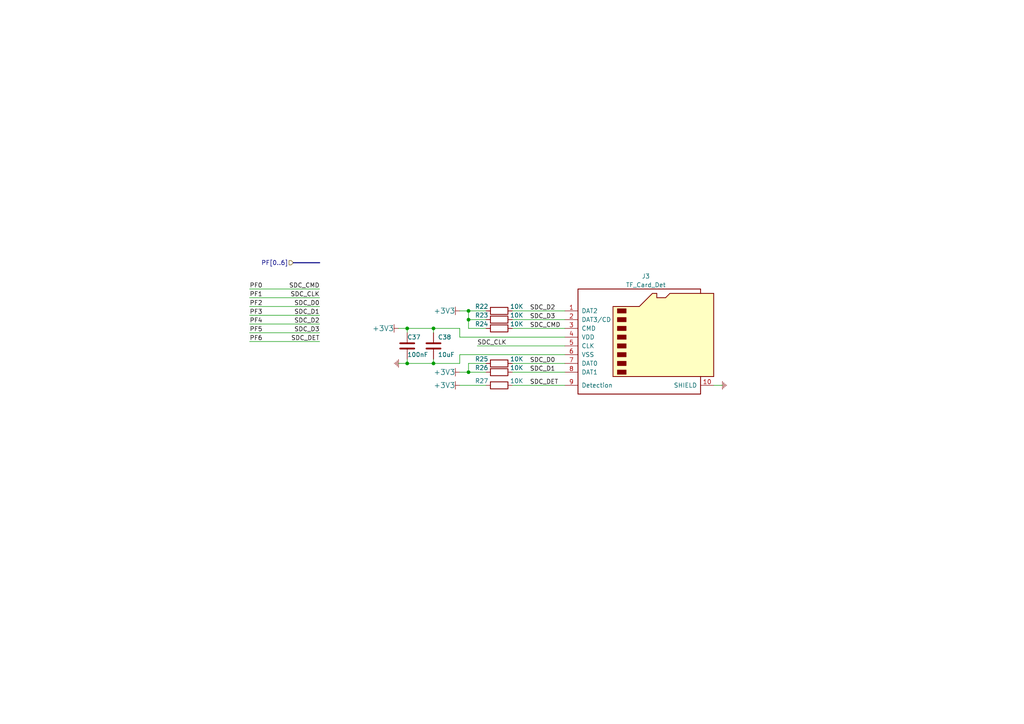
<source format=kicad_sch>
(kicad_sch (version 20230121) (generator eeschema)
  (paper "A4")
  (lib_symbols
    (symbol "0_power:+3V3" (power) (pin_names (offset 1.016))
      (property "Value" "+3V3" (at 0 1.27 0))
      (symbol "+3V3_0_1"
        (polyline (pts (xy -1.143 0) (xy 1.143 0)))
        (polyline (pts (xy 0 0) (xy 0 -1.27)))
      )
      (symbol "+3V3_1_1"
        (pin power_in line (at 0 -1.27 90) (length 0) hide (name "+3V3") (number "1"))
      )
    )
    (symbol "0_power:GND" (power) (pin_names (offset 1.016))
      (symbol "GND_0_1"
        (polyline (pts (xy -1.143 0) (xy 1.143 0)))
        (polyline (pts (xy -0.762 -0.381) (xy 0.762 -0.381)))
        (polyline (pts (xy -0.381 -0.762) (xy 0.381 -0.762)))
        (polyline (pts (xy -0.127 -1.143) (xy 0.127 -1.143)))
      )
      (symbol "GND_1_1"
        (pin power_in line (at 0 0 270) (length 0) hide (name "GND") (number "1"))
      )
    )
    (symbol "0_ungrouped:TF_Card_Det" (pin_names (offset 1.016))
      (property "Reference" "J" (at -16.51 15.24 0))
      (property "Value" "TF_Card_Det" (at 16.51 15.24 0))
      (symbol "TF_Card_Det_0_1"
        (rectangle (start -7.62 -9.525) (end -5.08 -10.795) (fill (type outline)))
        (rectangle (start -7.62 -6.985) (end -5.08 -8.255) (fill (type outline)))
        (rectangle (start -7.62 -4.445) (end -5.08 -5.715) (fill (type outline)))
        (rectangle (start -7.62 -1.905) (end -5.08 -3.175) (fill (type outline)))
        (rectangle (start -7.62 0.635) (end -5.08 -0.635) (fill (type outline)))
        (rectangle (start -7.62 3.175) (end -5.08 1.905) (fill (type outline)))
        (rectangle (start -7.62 5.715) (end -5.08 4.445) (fill (type outline)))
        (rectangle (start -7.62 8.255) (end -5.08 6.985) (fill (type outline)))
        (polyline (pts (xy 16.51 12.7) (xy 16.51 13.97) (xy -19.05 13.97) (xy -19.05 -16.51) (xy 16.51 -16.51) (xy 16.51 -11.43)) (stroke (width 0.254)))
        (polyline (pts (xy -8.89 -11.43) (xy -8.89 8.89) (xy -1.27 8.89) (xy 2.54 12.7) (xy 3.81 12.7) (xy 3.81 11.43) (xy 6.35 11.43) (xy 7.62 12.7) (xy 20.32 12.7) (xy 20.32 -11.43) (xy -8.89 -11.43)) (stroke (width 0.254)) (fill (type background)))
      )
      (symbol "TF_Card_Det_1_1"
        (pin passive line (at -22.86 7.62 0) (length 3.81) (name "DAT2") (number "1"))
        (pin passive line (at 20.32 -13.97 180) (length 3.81) (name "SHIELD") (number "10"))
        (pin passive line (at -22.86 5.08 0) (length 3.81) (name "DAT3/CD") (number "2"))
        (pin passive line (at -22.86 2.54 0) (length 3.81) (name "CMD") (number "3"))
        (pin passive line (at -22.86 0 0) (length 3.81) (name "VDD") (number "4"))
        (pin passive line (at -22.86 -2.54 0) (length 3.81) (name "CLK") (number "5"))
        (pin passive line (at -22.86 -5.08 0) (length 3.81) (name "VSS") (number "6"))
        (pin passive line (at -22.86 -7.62 0) (length 3.81) (name "DAT0") (number "7"))
        (pin passive line (at -22.86 -10.16 0) (length 3.81) (name "DAT1") (number "8"))
        (pin passive line (at -22.86 -13.97 0) (length 3.81) (name "Detection") (number "9"))
      )
    )
    (symbol "Device:C" (pin_numbers hide) (pin_names (offset 0.254))
      (property "Reference" "C" (at 0.635 2.54 0))
      (property "Value" "C" (at 0.635 -2.54 0))
      (symbol "C_0_1"
        (polyline (pts (xy -2.032 -0.762) (xy 2.032 -0.762)) (stroke (width 0.508)))
        (polyline (pts (xy -2.032 0.762) (xy 2.032 0.762)) (stroke (width 0.508)))
      )
      (symbol "C_1_1"
        (pin passive line (at 0 3.81 270) (length 2.794) (name "~") (number "1"))
        (pin passive line (at 0 -3.81 90) (length 2.794) (name "~") (number "2"))
      )
    )
    (symbol "Device:R" (pin_numbers hide) (pin_names (offset 0))
      (property "Reference" "R" (at 2.032 0 90))
      (property "Value" "R" (at 0 0 90))
      (symbol "R_0_1"
        (rectangle (start -1.016 -2.54) (end 1.016 2.54) (stroke (width 0.254)))
      )
      (symbol "R_1_1"
        (pin passive line (at 0 3.81 270) (length 1.27) (name "~") (number "1"))
        (pin passive line (at 0 -3.81 90) (length 1.27) (name "~") (number "2"))
      )
    )
  )
  (junction (at 125.73 105.41))
  (junction (at 125.73 95.25))
  (junction (at 135.89 90.17))
  (junction (at 118.11 105.41))
  (junction (at 118.11 95.25))
  (junction (at 135.89 92.71))
  (junction (at 135.89 107.95))
  (wire (pts (xy 163.83 97.79) (xy 133.35 97.79)))
  (wire (pts (xy 135.89 105.41) (xy 140.97 105.41)))
  (wire (pts (xy 72.39 99.06) (xy 92.71 99.06)))
  (wire (pts (xy 148.59 107.95) (xy 163.83 107.95)))
  (wire (pts (xy 72.39 83.82) (xy 92.71 83.82)))
  (wire (pts (xy 133.35 107.95) (xy 135.89 107.95)))
  (bus (pts (xy 85.09 76.2) (xy 92.71 76.2)))
  (wire (pts (xy 118.11 95.25) (xy 118.11 96.52)))
  (wire (pts (xy 133.35 111.76) (xy 140.97 111.76)))
  (wire (pts (xy 135.89 92.71) (xy 140.97 92.71)))
  (wire (pts (xy 148.59 95.25) (xy 163.83 95.25)))
  (wire (pts (xy 118.11 105.41) (xy 125.73 105.41)))
  (wire (pts (xy 72.39 96.52) (xy 92.71 96.52)))
  (wire (pts (xy 135.89 90.17) (xy 140.97 90.17)))
  (wire (pts (xy 133.35 97.79) (xy 133.35 95.25)))
  (wire (pts (xy 133.35 105.41) (xy 125.73 105.41)))
  (wire (pts (xy 125.73 105.41) (xy 125.73 104.14)))
  (wire (pts (xy 118.11 95.25) (xy 125.73 95.25)))
  (wire (pts (xy 72.39 86.36) (xy 92.71 86.36)))
  (wire (pts (xy 148.59 90.17) (xy 163.83 90.17)))
  (wire (pts (xy 133.35 90.17) (xy 135.89 90.17)))
  (wire (pts (xy 135.89 107.95) (xy 140.97 107.95)))
  (wire (pts (xy 133.35 95.25) (xy 125.73 95.25)))
  (wire (pts (xy 148.59 105.41) (xy 163.83 105.41)))
  (wire (pts (xy 133.35 102.87) (xy 133.35 105.41)))
  (wire (pts (xy 135.89 90.17) (xy 135.89 92.71)))
  (wire (pts (xy 135.89 105.41) (xy 135.89 107.95)))
  (wire (pts (xy 72.39 91.44) (xy 92.71 91.44)))
  (wire (pts (xy 72.39 88.9) (xy 92.71 88.9)))
  (wire (pts (xy 118.11 104.14) (xy 118.11 105.41)))
  (wire (pts (xy 138.43 100.33) (xy 163.83 100.33)))
  (wire (pts (xy 72.39 93.98) (xy 92.71 93.98)))
  (wire (pts (xy 135.89 95.25) (xy 140.97 95.25)))
  (wire (pts (xy 135.89 92.71) (xy 135.89 95.25)))
  (wire (pts (xy 148.59 92.71) (xy 163.83 92.71)))
  (wire (pts (xy 125.73 95.25) (xy 125.73 96.52)))
  (wire (pts (xy 207.01 111.76) (xy 209.55 111.76)))
  (wire (pts (xy 163.83 102.87) (xy 133.35 102.87)))
  (wire (pts (xy 148.59 111.76) (xy 163.83 111.76)))
  (wire (pts (xy 115.57 95.25) (xy 118.11 95.25)))
  (wire (pts (xy 115.57 105.41) (xy 118.11 105.41)))
  (label "SDC_D3" (at 92.71 96.52 180))
  (label "SDC_D2" (at 153.67 90.17 0))
  (label "SDC_CLK" (at 92.71 86.36 180))
  (label "SDC_CMD" (at 92.71 83.82 180))
  (label "SDC_DET" (at 92.71 99.06 180))
  (label "PF6" (at 72.39 99.06 0))
  (label "PF2" (at 72.39 88.9 0))
  (label "SDC_D0" (at 92.71 88.9 180))
  (label "PF5" (at 72.39 96.52 0))
  (label "SDC_D2" (at 92.71 93.98 180))
  (label "SDC_CMD" (at 153.67 95.25 0))
  (label "SDC_D1" (at 153.67 107.95 0))
  (label "PF1" (at 72.39 86.36 0))
  (label "PF0" (at 72.39 83.82 0))
  (label "SDC_D3" (at 153.67 92.71 0))
  (label "SDC_DET" (at 153.67 111.76 0))
  (label "PF4" (at 72.39 93.98 0))
  (label "SDC_D1" (at 92.71 91.44 180))
  (label "PF3" (at 72.39 91.44 0))
  (label "SDC_CLK" (at 138.43 100.33 0))
  (label "SDC_D0" (at 153.67 105.41 0))
  (hierarchical_label "PF[0..6]" (shape input) (at 85.09 76.2 180))
  (symbol (lib_id "Device:R") (at 144.78 111.76 90) (mirror x) (unit 1)
    (property "Reference" "R27" (at 139.7 110.49 90))
    (property "Value" "10K" (at 149.86 110.49 90))
    (property "Footprint" "Resistor_SMD:R_0805_2012Metric_Pad1.20x1.40mm_HandSolder" (effects hide))
  )
  (symbol (lib_id "0_power:GND") (at 115.57 105.41 270) (unit 1)
    (property "Reference" "#PWR014" (effects hide))
    (property "Value" "GND" (effects hide))
  )
  (symbol (lib_id "0_power:GND") (at 209.55 111.76 90) (mirror x) (unit 1)
    (property "Reference" "#PWR018" (effects hide))
    (property "Value" "GND" (effects hide))
  )
  (symbol (lib_id "Device:R") (at 144.78 95.25 90) (mirror x) (unit 1)
    (property "Reference" "R24" (at 139.7 93.98 90))
    (property "Value" "10K" (at 149.86 93.98 90))
    (property "Footprint" "Resistor_SMD:R_0805_2012Metric_Pad1.20x1.40mm_HandSolder" (effects hide))
  )
  (symbol (lib_id "0_ungrouped:TF_Card_Det") (at 186.69 97.79 0) (unit 1)
    (property "Reference" "J3" (at 187.325 80.1202 0))
    (property "Value" "TF_Card_Det" (at 187.325 82.6571 0))
    (property "Footprint" "digikey-footprints:MicroSD_2908-05WB-MG" (effects hide))
  )
  (symbol (lib_id "Device:R") (at 144.78 92.71 90) (mirror x) (unit 1)
    (property "Reference" "R23" (at 139.7 91.44 90))
    (property "Value" "10K" (at 149.86 91.44 90))
    (property "Footprint" "Resistor_SMD:R_0805_2012Metric_Pad1.20x1.40mm_HandSolder" (effects hide))
  )
  (symbol (lib_id "0_power:+3V3") (at 132.08 107.95 90) (unit 1)
    (property "Reference" "#PWR016" (effects hide))
    (property "Value" "+3V3" (at 132.08 107.95 90) (effects (font (size 1.524 1.524)) (justify left)))
  )
  (symbol (lib_id "0_power:+3V3") (at 132.08 90.17 90) (unit 1)
    (property "Reference" "#PWR015" (effects hide))
    (property "Value" "+3V3" (at 132.08 90.17 90) (effects (font (size 1.524 1.524)) (justify left)))
  )
  (symbol (lib_id "Device:R") (at 144.78 90.17 90) (mirror x) (unit 1)
    (property "Reference" "R22" (at 139.7 88.9 90))
    (property "Value" "10K" (at 149.86 88.9 90))
    (property "Footprint" "Resistor_SMD:R_0805_2012Metric_Pad1.20x1.40mm_HandSolder" (effects hide))
  )
  (symbol (lib_id "Device:C") (at 118.11 100.33 0) (unit 1)
    (property "Reference" "C37" (at 118.11 97.79 0) (effects (justify left)))
    (property "Value" "100nF" (at 118.11 102.87 0) (effects (justify left)))
    (property "Footprint" "Capacitor_SMD:C_0805_2012Metric_Pad1.18x1.45mm_HandSolder" (effects hide))
  )
  (symbol (lib_id "Device:C") (at 125.73 100.33 0) (unit 1)
    (property "Reference" "C38" (at 127 97.79 0) (effects (justify left)))
    (property "Value" "10uF" (at 127 102.87 0) (effects (justify left)))
    (property "Footprint" "Capacitor_SMD:C_0805_2012Metric_Pad1.18x1.45mm_HandSolder" (effects hide))
  )
  (symbol (lib_id "Device:R") (at 144.78 107.95 90) (mirror x) (unit 1)
    (property "Reference" "R26" (at 139.7 106.68 90))
    (property "Value" "10K" (at 149.86 106.68 90))
    (property "Footprint" "Resistor_SMD:R_0805_2012Metric_Pad1.20x1.40mm_HandSolder" (effects hide))
  )
  (symbol (lib_id "0_power:+3V3") (at 132.08 111.76 90) (unit 1)
    (property "Reference" "#PWR017" (effects hide))
    (property "Value" "+3V3" (at 132.08 111.76 90) (effects (font (size 1.524 1.524)) (justify left)))
  )
  (symbol (lib_id "Device:R") (at 144.78 105.41 90) (mirror x) (unit 1)
    (property "Reference" "R25" (at 139.7 104.14 90))
    (property "Value" "10K" (at 149.86 104.14 90))
    (property "Footprint" "Resistor_SMD:R_0805_2012Metric_Pad1.20x1.40mm_HandSolder" (effects hide))
  )
  (symbol (lib_id "0_power:+3V3") (at 114.3 95.25 90) (unit 1)
    (property "Reference" "#PWR013" (effects hide))
    (property "Value" "+3V3" (at 114.3 95.25 90) (effects (font (size 1.524 1.524)) (justify left)))
  )
)
</source>
